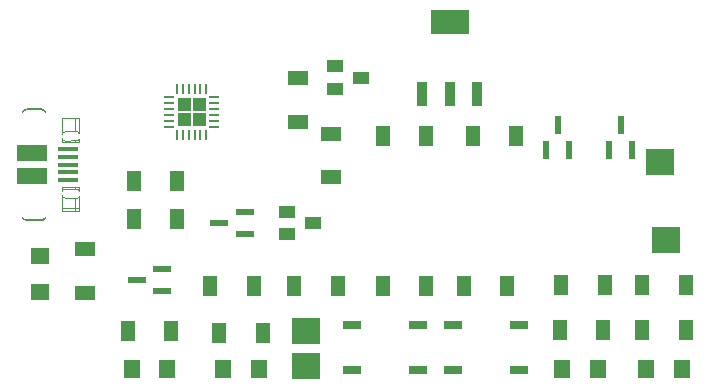
<source format=gbr>
G04 EAGLE Gerber RS-274X export*
G75*
%MOMM*%
%FSLAX34Y34*%
%LPD*%
%INSolderpaste Top*%
%IPPOS*%
%AMOC8*
5,1,8,0,0,1.08239X$1,22.5*%
G01*
%ADD10R,1.300000X1.800000*%
%ADD11R,1.600000X1.400000*%
%ADD12R,1.800000X1.300000*%
%ADD13R,1.524000X0.762000*%
%ADD14R,0.254000X0.914400*%
%ADD15R,0.914400X0.254000*%
%ADD16R,1.400000X1.000000*%
%ADD17R,0.901600X2.066000*%
%ADD18R,3.201600X2.066000*%
%ADD19C,0.005000*%
%ADD20R,1.750000X0.400000*%
%ADD21R,2.500000X1.375000*%
%ADD22R,2.489200X2.235200*%
%ADD23R,1.625600X0.609600*%
%ADD24R,1.400000X1.600000*%
%ADD25R,0.609600X1.625600*%

G36*
X148862Y247255D02*
X148862Y247255D01*
X148864Y247254D01*
X148907Y247274D01*
X148951Y247292D01*
X148951Y247294D01*
X148953Y247295D01*
X148986Y247380D01*
X148986Y258080D01*
X148985Y258082D01*
X148986Y258084D01*
X148966Y258127D01*
X148948Y258171D01*
X148946Y258171D01*
X148945Y258173D01*
X148860Y258206D01*
X138160Y258206D01*
X138158Y258205D01*
X138156Y258206D01*
X138113Y258186D01*
X138069Y258168D01*
X138069Y258166D01*
X138067Y258165D01*
X138034Y258080D01*
X138034Y247380D01*
X138035Y247378D01*
X138034Y247376D01*
X138054Y247333D01*
X138072Y247289D01*
X138074Y247289D01*
X138075Y247287D01*
X138160Y247254D01*
X148860Y247254D01*
X148862Y247255D01*
G37*
G36*
X161562Y247255D02*
X161562Y247255D01*
X161564Y247254D01*
X161607Y247274D01*
X161651Y247292D01*
X161651Y247294D01*
X161653Y247295D01*
X161686Y247380D01*
X161686Y258080D01*
X161685Y258082D01*
X161686Y258084D01*
X161666Y258127D01*
X161648Y258171D01*
X161646Y258171D01*
X161645Y258173D01*
X161560Y258206D01*
X150860Y258206D01*
X150858Y258205D01*
X150856Y258206D01*
X150813Y258186D01*
X150769Y258168D01*
X150769Y258166D01*
X150767Y258165D01*
X150734Y258080D01*
X150734Y247380D01*
X150735Y247378D01*
X150734Y247376D01*
X150754Y247333D01*
X150772Y247289D01*
X150774Y247289D01*
X150775Y247287D01*
X150860Y247254D01*
X161560Y247254D01*
X161562Y247255D01*
G37*
G36*
X148862Y234555D02*
X148862Y234555D01*
X148864Y234554D01*
X148907Y234574D01*
X148951Y234592D01*
X148951Y234594D01*
X148953Y234595D01*
X148986Y234680D01*
X148986Y245380D01*
X148985Y245382D01*
X148986Y245384D01*
X148966Y245427D01*
X148948Y245471D01*
X148946Y245471D01*
X148945Y245473D01*
X148860Y245506D01*
X138160Y245506D01*
X138158Y245505D01*
X138156Y245506D01*
X138113Y245486D01*
X138069Y245468D01*
X138069Y245466D01*
X138067Y245465D01*
X138034Y245380D01*
X138034Y234680D01*
X138035Y234678D01*
X138034Y234676D01*
X138054Y234633D01*
X138072Y234589D01*
X138074Y234589D01*
X138075Y234587D01*
X138160Y234554D01*
X148860Y234554D01*
X148862Y234555D01*
G37*
G36*
X161562Y234555D02*
X161562Y234555D01*
X161564Y234554D01*
X161607Y234574D01*
X161651Y234592D01*
X161651Y234594D01*
X161653Y234595D01*
X161686Y234680D01*
X161686Y245380D01*
X161685Y245382D01*
X161686Y245384D01*
X161666Y245427D01*
X161648Y245471D01*
X161646Y245471D01*
X161645Y245473D01*
X161560Y245506D01*
X150860Y245506D01*
X150858Y245505D01*
X150856Y245506D01*
X150813Y245486D01*
X150769Y245468D01*
X150769Y245466D01*
X150767Y245465D01*
X150734Y245380D01*
X150734Y234680D01*
X150735Y234678D01*
X150734Y234676D01*
X150754Y234633D01*
X150772Y234589D01*
X150774Y234589D01*
X150775Y234587D01*
X150860Y234554D01*
X161560Y234554D01*
X161562Y234555D01*
G37*
G36*
X6064Y242979D02*
X6064Y242979D01*
X6064Y242980D01*
X6199Y244130D01*
X6587Y245221D01*
X7208Y246198D01*
X8031Y247013D01*
X9014Y247625D01*
X10109Y248002D01*
X11260Y248126D01*
X22060Y248126D01*
X23132Y247964D01*
X24146Y247581D01*
X25056Y246993D01*
X25823Y246226D01*
X26411Y245316D01*
X26794Y244302D01*
X26956Y243229D01*
X26960Y243226D01*
X27010Y243226D01*
X27014Y243229D01*
X27014Y243230D01*
X27014Y245230D01*
X26909Y246165D01*
X26908Y246166D01*
X26909Y246166D01*
X26598Y247054D01*
X26598Y247055D01*
X26097Y247851D01*
X26097Y247852D01*
X25432Y248517D01*
X25431Y248517D01*
X24635Y249018D01*
X24634Y249018D01*
X23746Y249329D01*
X23745Y249328D01*
X23745Y249329D01*
X22810Y249434D01*
X10210Y249434D01*
X9275Y249329D01*
X9275Y249328D01*
X9274Y249329D01*
X8386Y249018D01*
X8385Y249018D01*
X7589Y248517D01*
X7588Y248517D01*
X6923Y247852D01*
X6923Y247851D01*
X6422Y247055D01*
X6422Y247054D01*
X6111Y246166D01*
X6112Y246165D01*
X6111Y246165D01*
X6006Y245230D01*
X6006Y242980D01*
X6009Y242976D01*
X6010Y242976D01*
X6060Y242976D01*
X6064Y242979D01*
G37*
G36*
X22810Y154426D02*
X22810Y154426D01*
X23745Y154531D01*
X23746Y154532D01*
X23746Y154531D01*
X24634Y154842D01*
X24634Y154843D01*
X24635Y154842D01*
X25431Y155343D01*
X25432Y155343D01*
X26097Y156008D01*
X26097Y156009D01*
X26598Y156805D01*
X26598Y156806D01*
X26909Y157694D01*
X26908Y157695D01*
X26909Y157695D01*
X26909Y157698D01*
X26910Y157702D01*
X26911Y157710D01*
X26911Y157711D01*
X26911Y157715D01*
X26912Y157723D01*
X26913Y157727D01*
X26913Y157728D01*
X26914Y157736D01*
X26914Y157740D01*
X26915Y157749D01*
X26915Y157753D01*
X26916Y157761D01*
X26916Y157762D01*
X26917Y157766D01*
X26918Y157774D01*
X26918Y157778D01*
X26918Y157779D01*
X26919Y157787D01*
X26920Y157791D01*
X26921Y157800D01*
X26921Y157804D01*
X26922Y157808D01*
X26922Y157812D01*
X26922Y157813D01*
X26923Y157817D01*
X26923Y157821D01*
X26924Y157829D01*
X26924Y157830D01*
X26925Y157834D01*
X26926Y157842D01*
X26926Y157846D01*
X26926Y157847D01*
X26927Y157855D01*
X26927Y157859D01*
X26928Y157868D01*
X26929Y157872D01*
X26930Y157880D01*
X26930Y157881D01*
X26930Y157885D01*
X26931Y157893D01*
X26932Y157897D01*
X26932Y157898D01*
X26933Y157906D01*
X26933Y157910D01*
X26934Y157919D01*
X26935Y157923D01*
X26936Y157931D01*
X26936Y157932D01*
X26936Y157936D01*
X26937Y157944D01*
X26937Y157948D01*
X26938Y157948D01*
X26937Y157949D01*
X26938Y157957D01*
X26939Y157961D01*
X26939Y157965D01*
X26939Y157966D01*
X26940Y157970D01*
X26940Y157974D01*
X26941Y157978D01*
X26941Y157982D01*
X26941Y157983D01*
X26942Y157987D01*
X26942Y157991D01*
X26943Y157999D01*
X26943Y158000D01*
X26944Y158004D01*
X26945Y158012D01*
X26945Y158016D01*
X26945Y158017D01*
X26946Y158025D01*
X26947Y158029D01*
X26948Y158038D01*
X26948Y158042D01*
X26949Y158050D01*
X26949Y158051D01*
X26949Y158055D01*
X26950Y158063D01*
X26951Y158067D01*
X26951Y158068D01*
X26952Y158076D01*
X26952Y158080D01*
X26953Y158089D01*
X26954Y158093D01*
X26955Y158101D01*
X26955Y158102D01*
X26955Y158106D01*
X26956Y158114D01*
X26957Y158118D01*
X26957Y158119D01*
X26958Y158127D01*
X26958Y158131D01*
X26959Y158135D01*
X26959Y158136D01*
X26959Y158140D01*
X26960Y158144D01*
X26960Y158148D01*
X26960Y158152D01*
X26961Y158152D01*
X26960Y158153D01*
X26961Y158157D01*
X26961Y158161D01*
X26962Y158169D01*
X26962Y158170D01*
X26963Y158174D01*
X26964Y158182D01*
X26964Y158186D01*
X26964Y158187D01*
X26965Y158195D01*
X26966Y158199D01*
X26967Y158208D01*
X26967Y158212D01*
X26968Y158220D01*
X26968Y158221D01*
X26969Y158225D01*
X26970Y158233D01*
X26970Y158237D01*
X26970Y158238D01*
X26971Y158246D01*
X26971Y158250D01*
X26972Y158250D01*
X26971Y158250D01*
X26972Y158259D01*
X26973Y158263D01*
X26974Y158271D01*
X26974Y158272D01*
X26974Y158276D01*
X26975Y158284D01*
X26976Y158288D01*
X26976Y158289D01*
X26977Y158297D01*
X26977Y158301D01*
X26978Y158305D01*
X26978Y158306D01*
X26978Y158310D01*
X26979Y158314D01*
X26979Y158318D01*
X26980Y158322D01*
X26980Y158323D01*
X26980Y158327D01*
X26981Y158331D01*
X26982Y158339D01*
X26982Y158340D01*
X26982Y158344D01*
X26983Y158352D01*
X26983Y158356D01*
X26983Y158357D01*
X26984Y158365D01*
X26985Y158369D01*
X26986Y158378D01*
X26986Y158382D01*
X26987Y158390D01*
X26987Y158391D01*
X26988Y158395D01*
X26989Y158403D01*
X26989Y158407D01*
X26989Y158408D01*
X26990Y158416D01*
X26991Y158420D01*
X26992Y158429D01*
X26992Y158433D01*
X26993Y158441D01*
X26993Y158442D01*
X26994Y158446D01*
X26994Y158454D01*
X26995Y158454D01*
X26994Y158454D01*
X26995Y158458D01*
X26995Y158459D01*
X26996Y158467D01*
X26996Y158471D01*
X26997Y158475D01*
X26997Y158476D01*
X26997Y158480D01*
X26998Y158484D01*
X26998Y158488D01*
X26999Y158497D01*
X27000Y158501D01*
X27001Y158509D01*
X27001Y158510D01*
X27001Y158514D01*
X27002Y158522D01*
X27003Y158526D01*
X27003Y158527D01*
X27004Y158535D01*
X27004Y158539D01*
X27005Y158548D01*
X27005Y158552D01*
X27006Y158552D01*
X27005Y158552D01*
X27006Y158560D01*
X27006Y158561D01*
X27007Y158565D01*
X27008Y158573D01*
X27008Y158577D01*
X27008Y158578D01*
X27009Y158586D01*
X27010Y158590D01*
X27011Y158599D01*
X27011Y158603D01*
X27012Y158611D01*
X27012Y158612D01*
X27013Y158616D01*
X27014Y158624D01*
X27014Y158628D01*
X27014Y158629D01*
X27014Y158630D01*
X27014Y160630D01*
X27011Y160634D01*
X27010Y160634D01*
X26960Y160634D01*
X26956Y160631D01*
X26955Y160627D01*
X26955Y160623D01*
X26954Y160619D01*
X26953Y160614D01*
X26953Y160610D01*
X26952Y160606D01*
X26951Y160602D01*
X26951Y160597D01*
X26950Y160593D01*
X26950Y160589D01*
X26949Y160589D01*
X26950Y160589D01*
X26949Y160585D01*
X26948Y160580D01*
X26948Y160576D01*
X26947Y160572D01*
X26946Y160568D01*
X26946Y160563D01*
X26945Y160559D01*
X26944Y160555D01*
X26944Y160551D01*
X26943Y160546D01*
X26942Y160542D01*
X26942Y160538D01*
X26941Y160534D01*
X26941Y160529D01*
X26940Y160525D01*
X26939Y160521D01*
X26939Y160517D01*
X26938Y160512D01*
X26937Y160508D01*
X26937Y160504D01*
X26936Y160500D01*
X26935Y160495D01*
X26935Y160491D01*
X26934Y160487D01*
X26934Y160483D01*
X26933Y160483D01*
X26934Y160483D01*
X26933Y160478D01*
X26932Y160474D01*
X26932Y160470D01*
X26931Y160466D01*
X26930Y160461D01*
X26930Y160457D01*
X26929Y160453D01*
X26928Y160449D01*
X26928Y160444D01*
X26927Y160440D01*
X26926Y160436D01*
X26926Y160432D01*
X26925Y160427D01*
X26925Y160423D01*
X26924Y160419D01*
X26923Y160415D01*
X26923Y160410D01*
X26922Y160406D01*
X26921Y160402D01*
X26921Y160398D01*
X26920Y160393D01*
X26919Y160389D01*
X26919Y160385D01*
X26918Y160381D01*
X26918Y160376D01*
X26917Y160376D01*
X26917Y160372D01*
X26916Y160368D01*
X26916Y160364D01*
X26915Y160359D01*
X26914Y160355D01*
X26914Y160351D01*
X26913Y160347D01*
X26912Y160342D01*
X26912Y160338D01*
X26911Y160334D01*
X26910Y160330D01*
X26910Y160325D01*
X26909Y160321D01*
X26909Y160317D01*
X26908Y160317D01*
X26909Y160317D01*
X26908Y160313D01*
X26907Y160308D01*
X26907Y160304D01*
X26906Y160300D01*
X26905Y160296D01*
X26905Y160291D01*
X26904Y160287D01*
X26903Y160283D01*
X26903Y160279D01*
X26902Y160274D01*
X26901Y160270D01*
X26901Y160266D01*
X26900Y160262D01*
X26900Y160257D01*
X26899Y160253D01*
X26898Y160249D01*
X26898Y160245D01*
X26897Y160240D01*
X26896Y160236D01*
X26896Y160232D01*
X26895Y160228D01*
X26894Y160223D01*
X26894Y160219D01*
X26893Y160215D01*
X26893Y160211D01*
X26892Y160211D01*
X26893Y160211D01*
X26892Y160206D01*
X26891Y160202D01*
X26891Y160198D01*
X26890Y160194D01*
X26889Y160189D01*
X26889Y160185D01*
X26888Y160181D01*
X26887Y160177D01*
X26887Y160172D01*
X26886Y160168D01*
X26885Y160164D01*
X26885Y160160D01*
X26884Y160155D01*
X26884Y160151D01*
X26883Y160147D01*
X26882Y160143D01*
X26882Y160138D01*
X26881Y160134D01*
X26880Y160130D01*
X26880Y160126D01*
X26879Y160121D01*
X26878Y160117D01*
X26878Y160113D01*
X26877Y160109D01*
X26877Y160104D01*
X26876Y160104D01*
X26876Y160100D01*
X26875Y160096D01*
X26875Y160092D01*
X26874Y160087D01*
X26873Y160083D01*
X26873Y160079D01*
X26872Y160075D01*
X26871Y160070D01*
X26871Y160066D01*
X26870Y160062D01*
X26869Y160058D01*
X26869Y160053D01*
X26868Y160049D01*
X26868Y160045D01*
X26867Y160045D01*
X26868Y160045D01*
X26867Y160041D01*
X26866Y160036D01*
X26866Y160032D01*
X26865Y160028D01*
X26864Y160024D01*
X26864Y160019D01*
X26863Y160015D01*
X26862Y160011D01*
X26862Y160007D01*
X26861Y160002D01*
X26860Y159998D01*
X26860Y159994D01*
X26859Y159990D01*
X26859Y159985D01*
X26858Y159981D01*
X26857Y159977D01*
X26857Y159973D01*
X26856Y159968D01*
X26855Y159964D01*
X26855Y159960D01*
X26854Y159956D01*
X26853Y159951D01*
X26853Y159947D01*
X26852Y159943D01*
X26852Y159939D01*
X26851Y159939D01*
X26852Y159939D01*
X26851Y159934D01*
X26850Y159930D01*
X26850Y159926D01*
X26849Y159922D01*
X26848Y159917D01*
X26848Y159913D01*
X26847Y159909D01*
X26846Y159905D01*
X26846Y159900D01*
X26845Y159896D01*
X26844Y159892D01*
X26844Y159888D01*
X26843Y159883D01*
X26843Y159879D01*
X26842Y159875D01*
X26841Y159871D01*
X26841Y159866D01*
X26840Y159862D01*
X26839Y159858D01*
X26839Y159854D01*
X26838Y159849D01*
X26837Y159845D01*
X26837Y159841D01*
X26836Y159837D01*
X26836Y159832D01*
X26835Y159832D01*
X26836Y159832D01*
X26835Y159828D01*
X26834Y159824D01*
X26834Y159820D01*
X26833Y159815D01*
X26832Y159811D01*
X26832Y159807D01*
X26831Y159803D01*
X26830Y159798D01*
X26830Y159794D01*
X26829Y159790D01*
X26828Y159786D01*
X26828Y159781D01*
X26827Y159777D01*
X26827Y159773D01*
X26826Y159769D01*
X26825Y159764D01*
X26825Y159760D01*
X26824Y159756D01*
X26823Y159752D01*
X26823Y159747D01*
X26822Y159743D01*
X26821Y159739D01*
X26821Y159735D01*
X26820Y159730D01*
X26819Y159726D01*
X26819Y159722D01*
X26818Y159718D01*
X26818Y159713D01*
X26817Y159709D01*
X26816Y159705D01*
X26816Y159701D01*
X26815Y159696D01*
X26814Y159692D01*
X26814Y159688D01*
X26813Y159684D01*
X26812Y159679D01*
X26812Y159675D01*
X26811Y159671D01*
X26811Y159667D01*
X26810Y159667D01*
X26811Y159667D01*
X26810Y159662D01*
X26809Y159658D01*
X26809Y159654D01*
X26808Y159650D01*
X26807Y159645D01*
X26807Y159641D01*
X26806Y159637D01*
X26805Y159633D01*
X26805Y159628D01*
X26804Y159624D01*
X26803Y159620D01*
X26803Y159616D01*
X26802Y159611D01*
X26802Y159607D01*
X26801Y159603D01*
X26800Y159599D01*
X26800Y159594D01*
X26799Y159590D01*
X26798Y159586D01*
X26798Y159582D01*
X26797Y159577D01*
X26796Y159573D01*
X26796Y159569D01*
X26795Y159565D01*
X26795Y159560D01*
X26794Y159560D01*
X26795Y159560D01*
X26794Y159558D01*
X26411Y158544D01*
X25823Y157634D01*
X25056Y156867D01*
X24146Y156279D01*
X23132Y155896D01*
X22060Y155734D01*
X11260Y155734D01*
X10109Y155858D01*
X9014Y156236D01*
X8031Y156847D01*
X7208Y157662D01*
X6587Y158639D01*
X6199Y159730D01*
X6064Y160881D01*
X6060Y160884D01*
X6010Y160884D01*
X6006Y160881D01*
X6006Y160880D01*
X6006Y158630D01*
X6111Y157695D01*
X6112Y157695D01*
X6111Y157694D01*
X6422Y156806D01*
X6423Y156806D01*
X6422Y156805D01*
X6923Y156009D01*
X6923Y156008D01*
X7588Y155343D01*
X7589Y155343D01*
X8385Y154842D01*
X8386Y154842D01*
X9274Y154531D01*
X9275Y154532D01*
X9275Y154531D01*
X10210Y154426D01*
X22810Y154426D01*
X22810Y154426D01*
G37*
D10*
X311700Y99060D03*
X348700Y99060D03*
D11*
X21590Y124220D03*
X21590Y94220D03*
D12*
X59690Y130260D03*
X59690Y93260D03*
D10*
X417280Y99060D03*
X380280Y99060D03*
D13*
X426720Y27940D03*
X370840Y27940D03*
X426720Y66040D03*
X370840Y66040D03*
X341630Y27940D03*
X285750Y27940D03*
X341630Y66040D03*
X285750Y66040D03*
D12*
X267970Y191050D03*
X267970Y228050D03*
X240030Y275040D03*
X240030Y238040D03*
D14*
X162363Y265811D03*
X157362Y265811D03*
X152361Y265811D03*
X147359Y265811D03*
X142358Y265811D03*
X137357Y265811D03*
D15*
X130429Y258883D03*
X130429Y253882D03*
X130429Y248881D03*
X130429Y243879D03*
X130429Y238878D03*
X130429Y233877D03*
D14*
X137357Y226949D03*
X142358Y226949D03*
X147359Y226949D03*
X152361Y226949D03*
X157362Y226949D03*
X162363Y226949D03*
D15*
X169291Y233877D03*
X169291Y238878D03*
X169291Y243879D03*
X169291Y248881D03*
X169291Y253882D03*
X169291Y258883D03*
D10*
X137880Y156210D03*
X100880Y156210D03*
X137880Y187960D03*
X100880Y187960D03*
D16*
X252300Y152400D03*
X230300Y142900D03*
X230300Y161900D03*
X292940Y275590D03*
X270940Y266090D03*
X270940Y285090D03*
D17*
X345300Y261342D03*
X368300Y261342D03*
X391300Y261342D03*
D18*
X368300Y322858D03*
D10*
X348700Y226060D03*
X311700Y226060D03*
X387900Y226060D03*
X424900Y226060D03*
D19*
X54610Y175430D02*
X54610Y162930D01*
X54117Y174800D02*
X54610Y175430D01*
X54117Y174800D02*
X53498Y174292D01*
X52785Y173929D01*
X52010Y173730D01*
X42410Y173830D01*
X41659Y174119D01*
X40988Y174564D01*
X40430Y175143D01*
X40010Y175830D01*
X40010Y162930D01*
X54610Y162930D01*
X54610Y165100D02*
X40010Y165100D01*
X50800Y162930D02*
X50800Y173743D01*
X54610Y179930D02*
X54610Y182930D01*
X40010Y182930D01*
X40010Y179830D01*
X40495Y180484D01*
X41110Y181018D01*
X41827Y181406D01*
X42610Y181630D01*
X52310Y181530D01*
X52955Y181314D01*
X53537Y180963D01*
X54030Y180494D01*
X54410Y179930D01*
X54610Y179930D01*
X50800Y181546D02*
X50800Y182930D01*
X54610Y228430D02*
X54610Y240930D01*
X54117Y229060D02*
X54610Y228430D01*
X54117Y229060D02*
X53498Y229568D01*
X52785Y229931D01*
X52010Y230130D01*
X42410Y230030D01*
X41659Y229741D01*
X40988Y229296D01*
X40430Y228717D01*
X40010Y228030D01*
X40010Y240930D01*
X54610Y240930D01*
X40359Y228600D02*
X40010Y228600D01*
X54477Y228600D02*
X54610Y228600D01*
X50800Y230117D02*
X50800Y240930D01*
X54610Y223930D02*
X54610Y220930D01*
X40010Y220930D01*
X40010Y224030D01*
X40495Y223376D01*
X41110Y222842D01*
X41827Y222454D01*
X42610Y222230D01*
X52310Y222330D01*
X52955Y222546D01*
X53537Y222897D01*
X54030Y223366D01*
X54410Y223930D01*
X54610Y223930D01*
X50800Y222314D02*
X50800Y220930D01*
D20*
X45260Y214930D03*
X45260Y208430D03*
X45260Y201930D03*
X45260Y195430D03*
X45260Y188930D03*
D21*
X14510Y211305D03*
X14510Y192555D03*
D22*
X246380Y31750D03*
D23*
X194818Y142875D03*
X194818Y161925D03*
X173482Y152400D03*
D10*
X236770Y99060D03*
X273770Y99060D03*
D24*
X176770Y29210D03*
X206770Y29210D03*
D10*
X173270Y59690D03*
X210270Y59690D03*
D22*
X551180Y138430D03*
D25*
X450215Y214122D03*
X469265Y214122D03*
X459740Y235458D03*
D10*
X499830Y100330D03*
X462830Y100330D03*
D24*
X463790Y29210D03*
X493790Y29210D03*
D10*
X461560Y62230D03*
X498560Y62230D03*
D22*
X546100Y204470D03*
D25*
X503555Y214122D03*
X522605Y214122D03*
X513080Y235458D03*
D10*
X531410Y100330D03*
X568410Y100330D03*
D24*
X534910Y29210D03*
X564910Y29210D03*
D10*
X531410Y62230D03*
X568410Y62230D03*
D22*
X246380Y60960D03*
D23*
X124968Y94615D03*
X124968Y113665D03*
X103632Y104140D03*
D10*
X165650Y99060D03*
X202650Y99060D03*
D24*
X99300Y29210D03*
X129300Y29210D03*
D10*
X95800Y60960D03*
X132800Y60960D03*
M02*

</source>
